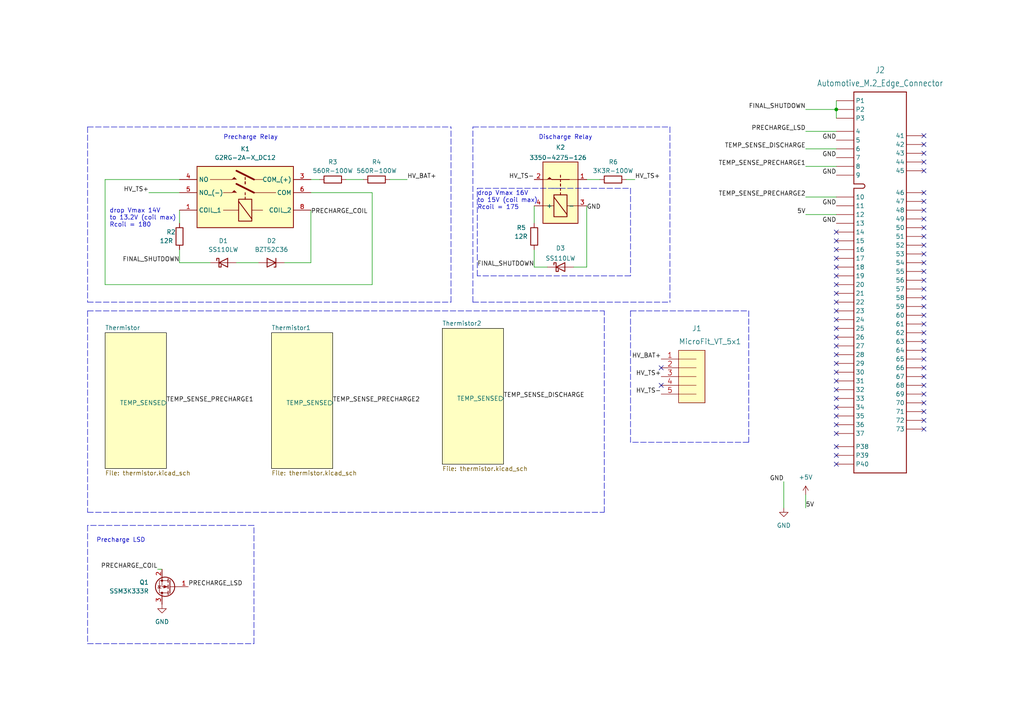
<source format=kicad_sch>
(kicad_sch (version 20211123) (generator eeschema)
  (paper "A4")
  (lib_symbols
    (symbol "OEM:12R" (pin_numbers hide) (pin_names (offset 0))
      (property "Reference" "R" (at 2.032 0 90))
      (property "Value" "12R" (at 0 0 90))
      (symbol "12R_0_1"
        (rectangle (start -1.016 -2.54) (end 1.016 2.54) (stroke (width 0.254)))
      )
      (symbol "12R_1_1"
        (pin passive line (at 0 3.81 270) (length 1.27) (name "~") (number "1"))
        (pin passive line (at 0 -3.81 90) (length 1.27) (name "~") (number "2"))
      )
    )
    (symbol "OEM:3350-4275-126" (pin_names (offset 1.016))
      (property "Reference" "K" (at 8.89 3.81 0))
      (property "Value" "3350-4275-126" (at 10.16 -3.81 0))
      (symbol "3350-4275-126_0_0"
        (polyline (pts (xy 2.54 3.81) (xy 2.54 5.08)))
      )
      (symbol "3350-4275-126_0_1"
        (rectangle (start -10.16 5.08) (end 7.62 -5.08) (stroke (width 0.254)) (fill (type background)))
        (rectangle (start -8.255 1.905) (end -1.905 -1.905) (stroke (width 0.254)))
        (polyline (pts (xy -7.62 -1.905) (xy -2.54 1.905)) (stroke (width 0.254)))
        (polyline (pts (xy -5.08 -5.08) (xy -5.08 -1.905)))
        (polyline (pts (xy -5.08 5.08) (xy -5.08 1.905)))
        (polyline (pts (xy -1.905 0) (xy -1.27 0)) (stroke (width 0.254)))
        (polyline (pts (xy -0.635 0) (xy 0 0)) (stroke (width 0.254)))
        (polyline (pts (xy 0.635 0) (xy 1.27 0)) (stroke (width 0.254)))
        (polyline (pts (xy 0.635 0) (xy 1.27 0)) (stroke (width 0.254)))
        (polyline (pts (xy 1.905 0) (xy 2.54 0)) (stroke (width 0.254)))
        (polyline (pts (xy 2.54 -2.54) (xy 2.54 -5.08)))
        (polyline (pts (xy 2.54 -2.54) (xy 2.54 2.54)) (stroke (width 0.254)))
        (polyline (pts (xy 3.175 0) (xy 3.81 0)) (stroke (width 0.254)))
        (polyline (pts (xy 2.54 2.54) (xy 3.175 3.175) (xy 2.54 3.81)) (fill (type outline)))
      )
      (symbol "3350-4275-126_1_1"
        (pin passive line (at 2.54 -7.62 90) (length 2.54) (name "~") (number "1"))
        (pin passive line (at 2.54 7.62 270) (length 2.54) (name "~") (number "2"))
        (pin passive line (at -5.08 -7.62 90) (length 2.54) (name "-") (number "3"))
        (pin passive line (at -5.08 7.62 270) (length 2.54) (name "+") (number "4"))
      )
    )
    (symbol "OEM:3K3R-100W" (pin_numbers hide) (pin_names (offset 0))
      (property "Reference" "R" (at 2.032 0 90))
      (property "Value" "3K3R-100W" (at 0 0 90))
      (symbol "3K3R-100W_0_1"
        (rectangle (start -1.016 -2.54) (end 1.016 2.54) (stroke (width 0.254)))
      )
      (symbol "3K3R-100W_1_1"
        (pin passive line (at 0 3.81 270) (length 1.27) (name "~") (number "1"))
        (pin passive line (at 0 -3.81 90) (length 1.27) (name "~") (number "2"))
      )
    )
    (symbol "OEM:560R-100W" (pin_numbers hide) (pin_names (offset 0))
      (property "Reference" "R" (at 2.032 0 90))
      (property "Value" "560R-100W" (at 0 0 90))
      (symbol "560R-100W_0_1"
        (rectangle (start -1.016 -2.54) (end 1.016 2.54) (stroke (width 0.254)))
      )
      (symbol "560R-100W_1_1"
        (pin passive line (at 0 3.81 270) (length 1.27) (name "~") (number "1"))
        (pin passive line (at 0 -3.81 90) (length 1.27) (name "~") (number "2"))
      )
    )
    (symbol "OEM:BZT52C36" (pin_numbers hide) (pin_names (offset 1.016) hide)
      (property "Reference" "D" (at 0 2.54 0))
      (property "Value" "BZT52C36" (at 0 -2.54 0))
      (symbol "BZT52C36_0_1"
        (polyline (pts (xy 1.27 0) (xy -1.27 0)))
        (polyline (pts (xy -1.27 -1.27) (xy -1.27 1.27) (xy -0.762 1.27)) (stroke (width 0.254)))
        (polyline (pts (xy 1.27 -1.27) (xy 1.27 1.27) (xy -1.27 0) (xy 1.27 -1.27)) (stroke (width 0.254)))
      )
      (symbol "BZT52C36_1_1"
        (pin passive line (at -3.81 0 0) (length 2.54) (name "K") (number "1"))
        (pin passive line (at 3.81 0 180) (length 2.54) (name "A") (number "2"))
      )
    )
    (symbol "OEM:G2RG-2A-X_DC12"
      (property "Reference" "K" (at 0 0 0))
      (property "Value" "G2RG-2A-X_DC12" (at 0 0 0))
      (symbol "G2RG-2A-X_DC12_0_0"
        (polyline (pts (xy -3.81 1.27) (xy -6.35 1.27)))
        (polyline (pts (xy -3.81 5.08) (xy -10.16 5.08)))
        (pin passive line (at -19.05 -3.81 0) (length 5.08) (name "COIL_1") (number "1"))
        (pin passive line (at 19.05 5.08 180) (length 5.08) (name "COM_(+)") (number "3"))
        (pin passive line (at -19.05 5.08 0) (length 5.08) (name "NO") (number "4"))
        (pin passive line (at -19.05 1.27 0) (length 5.08) (name "NO_(-)") (number "5"))
        (pin passive line (at 19.05 1.27 180) (length 5.08) (name "COM") (number "6"))
        (pin passive line (at 19.05 -3.81 180) (length 5.08) (name "COIL_2") (number "8"))
      )
      (symbol "G2RG-2A-X_DC12_0_1"
        (rectangle (start -13.97 8.89) (end 13.97 -8.89) (stroke (width 0.254)) (fill (type background)))
        (rectangle (start -1.905 -6.985) (end 1.905 -0.635) (stroke (width 0.254)))
        (polyline (pts (xy -6.35 -3.81) (xy -1.905 -3.81)))
        (polyline (pts (xy 0 -0.635) (xy 0 0)) (stroke (width 0.254)))
        (polyline (pts (xy 0 0.635) (xy 0 1.27)) (stroke (width 0.254)))
        (polyline (pts (xy 0 3.81) (xy 0 4.445)) (stroke (width 0.254)))
        (polyline (pts (xy 0 3.81) (xy 0 4.445)) (stroke (width 0.254)))
        (polyline (pts (xy 0 5.08) (xy 0 5.715)) (stroke (width 0.254)))
        (polyline (pts (xy 1.905 -6.35) (xy -1.905 -1.27)) (stroke (width 0.254)))
        (polyline (pts (xy 2.54 1.27) (xy -2.54 3.81)) (stroke (width 0.508)))
        (polyline (pts (xy 2.54 1.27) (xy 8.89 1.27)))
        (polyline (pts (xy 2.54 5.08) (xy -2.54 7.62)) (stroke (width 0.508)))
        (polyline (pts (xy 2.54 5.08) (xy 5.08 5.08)))
        (polyline (pts (xy 5.08 -3.81) (xy 1.905 -3.81)))
        (polyline (pts (xy -2.54 1.27) (xy -3.175 1.905) (xy -3.81 1.27)) (fill (type outline)))
        (polyline (pts (xy -2.54 5.08) (xy -3.175 5.715) (xy -3.81 5.08)) (fill (type outline)))
      )
    )
    (symbol "OEM:MicroFit_VT_5x1" (pin_names (offset 0.254) hide)
      (property "Reference" "J" (at 8.89 6.35 0))
      (property "Value" "MicroFit_VT_5x1" (at 10.16 -15.24 0))
      (symbol "MicroFit_VT_5x1_0_1"
        (rectangle (start 5.08 2.54) (end 12.7 -12.7) (fill (type background)))
      )
      (symbol "MicroFit_VT_5x1_1_1"
        (polyline (pts (xy 5.08 -12.7) (xy 12.7 -12.7)) (stroke (width 0.127)))
        (polyline (pts (xy 5.08 2.54) (xy 5.08 -12.7)) (stroke (width 0.127)))
        (polyline (pts (xy 10.16 -10.16) (xy 5.08 -10.16)) (stroke (width 0.127)))
        (polyline (pts (xy 10.16 -7.62) (xy 5.08 -7.62)) (stroke (width 0.127)))
        (polyline (pts (xy 10.16 -5.08) (xy 5.08 -5.08)) (stroke (width 0.127)))
        (polyline (pts (xy 10.16 -2.54) (xy 5.08 -2.54)) (stroke (width 0.127)))
        (polyline (pts (xy 10.16 0) (xy 5.08 0)) (stroke (width 0.127)))
        (polyline (pts (xy 12.7 -12.7) (xy 12.7 2.54)) (stroke (width 0.127)))
        (polyline (pts (xy 12.7 2.54) (xy 5.08 2.54)) (stroke (width 0.127)))
        (pin unspecified line (at 0 0 0) (length 5.08) (name "1") (number "1"))
        (pin unspecified line (at 0 -2.54 0) (length 5.08) (name "2") (number "2"))
        (pin unspecified line (at 0 -5.08 0) (length 5.08) (name "3") (number "3"))
        (pin unspecified line (at 0 -7.62 0) (length 5.08) (name "4") (number "4"))
        (pin unspecified line (at 0 -10.16 0) (length 5.08) (name "5") (number "5"))
      )
    )
    (symbol "OEM:SS110LW" (pin_numbers hide) (pin_names (offset 1.016) hide)
      (property "Reference" "D" (at 0 2.54 0))
      (property "Value" "SS110LW" (at 0 -2.54 0))
      (symbol "SS110LW_0_1"
        (polyline (pts (xy 1.27 0) (xy -1.27 0)))
        (polyline (pts (xy 1.27 1.27) (xy 1.27 -1.27) (xy -1.27 0) (xy 1.27 1.27)) (stroke (width 0.254)))
        (polyline (pts (xy -1.905 0.635) (xy -1.905 1.27) (xy -1.27 1.27) (xy -1.27 -1.27) (xy -0.635 -1.27) (xy -0.635 -0.635)) (stroke (width 0.254)))
      )
      (symbol "SS110LW_1_1"
        (pin passive line (at -3.81 0 0) (length 2.54) (name "K") (number "1"))
        (pin passive line (at 3.81 0 180) (length 2.54) (name "A") (number "2"))
      )
    )
    (symbol "OEM:SSM3K333R" (pin_names (offset 0) hide)
      (property "Reference" "Q" (at 5.08 1.27 0))
      (property "Value" "SSM3K333R" (at 5.08 -1.27 0))
      (property "MPN" "SSM3K333R,LF" (at 0 0 0))
      (symbol "SSM3K333R_0_1"
        (polyline (pts (xy 0.254 0) (xy -2.54 0)))
        (polyline (pts (xy 0.254 1.905) (xy 0.254 -1.905)) (stroke (width 0.254)))
        (polyline (pts (xy 0.762 -1.27) (xy 0.762 -2.286)) (stroke (width 0.254)))
        (polyline (pts (xy 0.762 0.508) (xy 0.762 -0.508)) (stroke (width 0.254)))
        (polyline (pts (xy 0.762 2.286) (xy 0.762 1.27)) (stroke (width 0.254)))
        (polyline (pts (xy 2.54 2.54) (xy 2.54 1.778)))
        (polyline (pts (xy 2.54 -2.54) (xy 2.54 0) (xy 0.762 0)))
        (polyline (pts (xy 0.762 -1.778) (xy 3.302 -1.778) (xy 3.302 1.778) (xy 0.762 1.778)))
        (polyline (pts (xy 1.016 0) (xy 2.032 0.381) (xy 2.032 -0.381) (xy 1.016 0)) (fill (type outline)))
        (polyline (pts (xy 2.794 0.508) (xy 2.921 0.381) (xy 3.683 0.381) (xy 3.81 0.254)))
        (polyline (pts (xy 3.302 0.381) (xy 2.921 -0.254) (xy 3.683 -0.254) (xy 3.302 0.381)))
        (circle (center 1.651 0) (radius 2.794) (stroke (width 0.254)))
        (circle (center 2.54 -1.778) (radius 0.254) (fill (type outline)))
        (circle (center 2.54 1.778) (radius 0.254) (fill (type outline)))
      )
      (symbol "SSM3K333R_1_1"
        (pin input line (at -5.08 0 0) (length 2.54) (name "G") (number "1"))
        (pin passive line (at 2.54 -5.08 90) (length 2.54) (name "S") (number "2"))
        (pin passive line (at 2.54 5.08 270) (length 2.54) (name "D") (number "3"))
      )
    )
    (symbol "formula:Automotive_M.2_Edge_Connector"
      (property "Reference" "J?" (at 1.27 49.53 0))
      (property "Value" "Automotive_M.2_Edge_Connector" (at 7.62 45.72 0))
      (symbol "Automotive_M.2_Edge_Connector_0_1"
        (arc (start -5.0436 15.2415) (mid -4.4198 15.8765) (end -5.0436 16.5115) (stroke (width 0.25)))
        (polyline (pts (xy -7.62 15.24) (xy -5.08 15.24)) (stroke (width 0.25)))
        (polyline (pts (xy -7.62 16.51) (xy -5.08 16.51)) (stroke (width 0.25)))
        (polyline (pts (xy -7.62 43.18) (xy -7.62 16.51)) (stroke (width 0.25)))
        (polyline (pts (xy 7.62 -67.31) (xy -7.62 -67.31)) (stroke (width 0.25)))
      )
      (symbol "Automotive_M.2_Edge_Connector_1_0"
        (polyline (pts (xy -7.62 -67.31) (xy -7.62 15.24)) (stroke (width 0.254)))
        (polyline (pts (xy 7.62 43.18) (xy -7.62 43.18)) (stroke (width 0.254)))
        (polyline (pts (xy 7.62 43.18) (xy 7.62 -67.31)) (stroke (width 0.254)))
        (pin bidirectional line (at -12.7 12.7 0) (length 5.08) (name "10") (number "10"))
        (pin bidirectional line (at -12.7 10.16 0) (length 5.08) (name "11") (number "11"))
        (pin bidirectional line (at -12.7 7.62 0) (length 5.08) (name "12") (number "12"))
        (pin bidirectional line (at -12.7 5.08 0) (length 5.08) (name "13") (number "13"))
        (pin bidirectional line (at -12.7 2.54 0) (length 5.08) (name "14") (number "14"))
        (pin bidirectional line (at -12.7 0 0) (length 5.08) (name "15") (number "15"))
        (pin bidirectional line (at -12.7 -2.54 0) (length 5.08) (name "16") (number "16"))
        (pin bidirectional line (at -12.7 -5.08 0) (length 5.08) (name "17") (number "17"))
        (pin bidirectional line (at -12.7 -7.62 0) (length 5.08) (name "18") (number "18"))
        (pin bidirectional line (at -12.7 -10.16 0) (length 5.08) (name "19") (number "19"))
        (pin bidirectional line (at -12.7 -12.7 0) (length 5.08) (name "20") (number "20"))
        (pin bidirectional line (at -12.7 -15.24 0) (length 5.08) (name "21") (number "21"))
        (pin bidirectional line (at -12.7 -17.78 0) (length 5.08) (name "22") (number "22"))
        (pin bidirectional line (at -12.7 -20.32 0) (length 5.08) (name "23") (number "23"))
        (pin bidirectional line (at -12.7 -22.86 0) (length 5.08) (name "24") (number "24"))
        (pin bidirectional line (at -12.7 -25.4 0) (length 5.08) (name "25") (number "25"))
        (pin bidirectional line (at -12.7 -27.94 0) (length 5.08) (name "26") (number "26"))
        (pin bidirectional line (at -12.7 -30.48 0) (length 5.08) (name "27") (number "27"))
        (pin bidirectional line (at -12.7 -33.02 0) (length 5.08) (name "28") (number "28"))
        (pin bidirectional line (at -12.7 -35.56 0) (length 5.08) (name "29") (number "29"))
        (pin bidirectional line (at -12.7 -38.1 0) (length 5.08) (name "30") (number "30"))
        (pin bidirectional line (at -12.7 -40.64 0) (length 5.08) (name "31") (number "31"))
        (pin bidirectional line (at -12.7 -43.18 0) (length 5.08) (name "32") (number "32"))
        (pin bidirectional line (at -12.7 -45.72 0) (length 5.08) (name "33") (number "33"))
        (pin bidirectional line (at -12.7 -48.26 0) (length 5.08) (name "34") (number "34"))
        (pin bidirectional line (at -12.7 -50.8 0) (length 5.08) (name "35") (number "35"))
        (pin bidirectional line (at -12.7 -53.34 0) (length 5.08) (name "36") (number "36"))
        (pin bidirectional line (at -12.7 -55.88 0) (length 5.08) (name "37") (number "37"))
        (pin bidirectional line (at -12.7 31.75 0) (length 5.08) (name "4") (number "4"))
        (pin bidirectional line (at 12.7 30.48 180) (length 5.08) (name "41") (number "41"))
        (pin bidirectional line (at 12.7 27.94 180) (length 5.08) (name "42") (number "42"))
        (pin bidirectional line (at 12.7 25.4 180) (length 5.08) (name "43") (number "43"))
        (pin bidirectional line (at 12.7 22.86 180) (length 5.08) (name "44") (number "44"))
        (pin bidirectional line (at 12.7 20.32 180) (length 5.08) (name "45") (number "45"))
        (pin bidirectional line (at 12.7 13.97 180) (length 5.08) (name "46") (number "46"))
        (pin bidirectional line (at 12.7 11.43 180) (length 5.08) (name "47") (number "47"))
        (pin bidirectional line (at 12.7 8.89 180) (length 5.08) (name "48") (number "48"))
        (pin bidirectional line (at 12.7 6.35 180) (length 5.08) (name "49") (number "49"))
        (pin bidirectional line (at -12.7 29.21 0) (length 5.08) (name "5") (number "5"))
        (pin bidirectional line (at 12.7 3.81 180) (length 5.08) (name "50") (number "50"))
        (pin bidirectional line (at 12.7 1.27 180) (length 5.08) (name "51") (number "51"))
        (pin bidirectional line (at 12.7 -1.27 180) (length 5.08) (name "52") (number "52"))
        (pin bidirectional line (at 12.7 -3.81 180) (length 5.08) (name "53") (number "53"))
        (pin bidirectional line (at 12.7 -6.35 180) (length 5.08) (name "54") (number "54"))
        (pin bidirectional line (at 12.7 -8.89 180) (length 5.08) (name "55") (number "55"))
        (pin bidirectional line (at 12.7 -11.43 180) (length 5.08) (name "56") (number "56"))
        (pin bidirectional line (at 12.7 -13.97 180) (length 5.08) (name "57") (number "57"))
        (pin bidirectional line (at 12.7 -16.51 180) (length 5.08) (name "58") (number "58"))
        (pin bidirectional line (at 12.7 -19.05 180) (length 5.08) (name "59") (number "59"))
        (pin bidirectional line (at -12.7 26.67 0) (length 5.08) (name "6") (number "6"))
        (pin bidirectional line (at 12.7 -21.59 180) (length 5.08) (name "60") (number "60"))
        (pin bidirectional line (at 12.7 -24.13 180) (length 5.08) (name "61") (number "61"))
        (pin bidirectional line (at 12.7 -26.67 180) (length 5.08) (name "62") (number "62"))
        (pin bidirectional line (at 12.7 -29.21 180) (length 5.08) (name "63") (number "63"))
        (pin bidirectional line (at 12.7 -31.75 180) (length 5.08) (name "64") (number "64"))
        (pin bidirectional line (at 12.7 -34.29 180) (length 5.08) (name "65") (number "65"))
        (pin bidirectional line (at 12.7 -36.83 180) (length 5.08) (name "66") (number "66"))
        (pin bidirectional line (at 12.7 -39.37 180) (length 5.08) (name "67") (number "67"))
        (pin bidirectional line (at 12.7 -41.91 180) (length 5.08) (name "68") (number "68"))
        (pin bidirectional line (at 12.7 -44.45 180) (length 5.08) (name "69") (number "69"))
        (pin bidirectional line (at -12.7 24.13 0) (length 5.08) (name "7") (number "7"))
        (pin bidirectional line (at 12.7 -46.99 180) (length 5.08) (name "70") (number "70"))
        (pin bidirectional line (at 12.7 -49.53 180) (length 5.08) (name "71") (number "71"))
        (pin bidirectional line (at 12.7 -52.07 180) (length 5.08) (name "72") (number "72"))
        (pin bidirectional line (at 12.7 -54.61 180) (length 5.08) (name "73") (number "73"))
        (pin bidirectional line (at -12.7 21.59 0) (length 5.08) (name "8") (number "8"))
        (pin bidirectional line (at -12.7 19.05 0) (length 5.08) (name "9") (number "9"))
        (pin bidirectional line (at -12.7 40.64 0) (length 5.08) (name "P1") (number "P1"))
        (pin bidirectional line (at -12.7 38.1 0) (length 5.08) (name "P2") (number "P2"))
        (pin bidirectional line (at -12.7 35.56 0) (length 5.08) (name "P3") (number "P3"))
        (pin bidirectional line (at -12.7 -59.69 0) (length 5.08) (name "P38") (number "P38"))
        (pin bidirectional line (at -12.7 -62.23 0) (length 5.08) (name "P39") (number "P39"))
        (pin bidirectional line (at -12.7 -64.77 0) (length 5.08) (name "P40") (number "P40"))
      )
    )
    (symbol "power:+5V" (power) (pin_names (offset 0))
      (property "Value" "+5V" (at 0 3.556 0))
      (symbol "+5V_0_1"
        (polyline (pts (xy -0.762 1.27) (xy 0 2.54)))
        (polyline (pts (xy 0 0) (xy 0 2.54)))
        (polyline (pts (xy 0 2.54) (xy 0.762 1.27)))
      )
      (symbol "+5V_1_1"
        (pin power_in line (at 0 0 90) (length 0) hide (name "+5V") (number "1"))
      )
    )
    (symbol "power:GND" (power) (pin_names (offset 0))
      (property "Value" "GND" (at 0 -3.81 0))
      (symbol "GND_0_1"
        (polyline (pts (xy 0 0) (xy 0 -1.27) (xy 1.27 -1.27) (xy 0 -2.54) (xy -1.27 -1.27) (xy 0 -1.27)))
      )
      (symbol "GND_1_1"
        (pin power_in line (at 0 0 270) (length 0) hide (name "GND") (number "1"))
      )
    )
  )
  (junction (at 242.57 31.75))
  (no_connect (at 267.97 73.66))
  (no_connect (at 242.57 113.03))
  (no_connect (at 242.57 69.85))
  (no_connect (at 242.57 118.11))
  (no_connect (at 267.97 111.76))
  (no_connect (at 267.97 106.68))
  (no_connect (at 267.97 60.96))
  (no_connect (at 242.57 102.87))
  (no_connect (at 242.57 100.33))
  (no_connect (at 242.57 120.65))
  (no_connect (at 242.57 97.79))
  (no_connect (at 267.97 78.74))
  (no_connect (at 242.57 107.95))
  (no_connect (at 267.97 44.45))
  (no_connect (at 267.97 109.22))
  (no_connect (at 267.97 99.06))
  (no_connect (at 242.57 72.39))
  (no_connect (at 242.57 110.49))
  (no_connect (at 191.77 111.76))
  (no_connect (at 242.57 129.54))
  (no_connect (at 267.97 114.3))
  (no_connect (at 242.57 85.09))
  (no_connect (at 242.57 95.25))
  (no_connect (at 267.97 39.37))
  (no_connect (at 267.97 91.44))
  (no_connect (at 242.57 132.08))
  (no_connect (at 242.57 115.57))
  (no_connect (at 242.57 90.17))
  (no_connect (at 267.97 96.52))
  (no_connect (at 267.97 83.82))
  (no_connect (at 267.97 86.36))
  (no_connect (at 267.97 76.2))
  (no_connect (at 267.97 116.84))
  (no_connect (at 267.97 81.28))
  (no_connect (at 242.57 82.55))
  (no_connect (at 242.57 87.63))
  (no_connect (at 267.97 55.88))
  (no_connect (at 267.97 58.42))
  (no_connect (at 267.97 71.12))
  (no_connect (at 267.97 66.04))
  (no_connect (at 267.97 88.9))
  (no_connect (at 267.97 93.98))
  (no_connect (at 267.97 124.46))
  (no_connect (at 267.97 49.53))
  (no_connect (at 242.57 74.93))
  (no_connect (at 242.57 92.71))
  (no_connect (at 267.97 68.58))
  (no_connect (at 267.97 41.91))
  (no_connect (at 242.57 67.31))
  (no_connect (at 242.57 105.41))
  (no_connect (at 191.77 106.68))
  (no_connect (at 242.57 134.62))
  (no_connect (at 267.97 46.99))
  (no_connect (at 267.97 119.38))
  (no_connect (at 267.97 63.5))
  (no_connect (at 242.57 80.01))
  (no_connect (at 242.57 123.19))
  (no_connect (at 267.97 104.14))
  (no_connect (at 267.97 121.92))
  (no_connect (at 242.57 125.73))
  (no_connect (at 242.57 77.47))
  (no_connect (at 267.97 101.6))
  (wire (pts (xy 52.07 72.39) (xy 52.07 76.2)))
  (wire (pts (xy 184.15 52.07) (xy 181.61 52.07)))
  (wire (pts (xy 52.07 52.07) (xy 30.48 52.07)))
  (wire (pts (xy 52.07 60.96) (xy 52.07 64.77)))
  (wire (pts (xy 233.68 38.1) (xy 242.57 38.1)))
  (polyline (pts (xy 138.43 54.61) (xy 162.56 54.61)))
  (wire (pts (xy 233.68 57.15) (xy 242.57 57.15)))
  (wire (pts (xy 242.57 29.21) (xy 242.57 31.75)))
  (wire (pts (xy 68.58 76.2) (xy 74.93 76.2)))
  (wire (pts (xy 82.55 76.2) (xy 90.17 76.2)))
  (wire (pts (xy 158.75 77.47) (xy 154.94 77.47)))
  (polyline (pts (xy 25.4 90.17) (xy 175.26 90.17)))
  (polyline (pts (xy 182.88 90.17) (xy 217.17 90.17)))
  (wire (pts (xy 227.33 139.7) (xy 227.33 147.32)))
  (polyline (pts (xy 194.31 36.83) (xy 194.31 87.63)))
  (polyline (pts (xy 25.4 90.17) (xy 25.4 148.59)))
  (wire (pts (xy 166.37 77.47) (xy 170.18 77.47)))
  (polyline (pts (xy 137.16 36.83) (xy 194.31 36.83)))
  (wire (pts (xy 233.68 48.26) (xy 242.57 48.26)))
  (wire (pts (xy 90.17 52.07) (xy 92.71 52.07)))
  (wire (pts (xy 242.57 31.75) (xy 242.57 34.29)))
  (wire (pts (xy 90.17 60.96) (xy 90.17 76.2)))
  (polyline (pts (xy 25.4 87.63) (xy 130.81 87.63)))
  (polyline (pts (xy 25.4 186.69) (xy 73.66 186.69)))
  (polyline (pts (xy 25.4 148.59) (xy 175.26 148.59)))
  (wire (pts (xy 100.33 52.07) (xy 105.41 52.07)))
  (wire (pts (xy 52.07 76.2) (xy 60.96 76.2)))
  (wire (pts (xy 170.18 77.47) (xy 170.18 59.69)))
  (polyline (pts (xy 175.26 148.59) (xy 175.26 90.17)))
  (polyline (pts (xy 182.88 54.61) (xy 182.88 80.01)))
  (wire (pts (xy 233.68 43.18) (xy 242.57 43.18)))
  (polyline (pts (xy 130.81 87.63) (xy 130.81 36.83)))
  (polyline (pts (xy 138.43 80.01) (xy 138.43 54.61)))
  (wire (pts (xy 233.68 143.51) (xy 233.68 147.32)))
  (polyline (pts (xy 137.16 87.63) (xy 137.16 36.83)))
  (wire (pts (xy 107.95 82.55) (xy 107.95 55.88)))
  (wire (pts (xy 107.95 55.88) (xy 90.17 55.88)))
  (wire (pts (xy 30.48 52.07) (xy 30.48 82.55)))
  (wire (pts (xy 30.48 82.55) (xy 107.95 82.55)))
  (polyline (pts (xy 25.4 36.83) (xy 130.81 36.83)))
  (polyline (pts (xy 160.02 54.61) (xy 182.88 54.61)))
  (polyline (pts (xy 25.4 152.4) (xy 25.4 186.69)))
  (polyline (pts (xy 182.88 90.17) (xy 182.88 128.27)))
  (wire (pts (xy 233.68 31.75) (xy 242.57 31.75)))
  (polyline (pts (xy 25.4 36.83) (xy 25.4 87.63)))
  (wire (pts (xy 43.18 55.88) (xy 52.07 55.88)))
  (polyline (pts (xy 217.17 128.27) (xy 182.88 128.27)))
  (wire (pts (xy 170.18 52.07) (xy 173.99 52.07)))
  (polyline (pts (xy 217.17 90.17) (xy 217.17 128.27)))
  (wire (pts (xy 45.72 165.1) (xy 46.99 165.1)))
  (wire (pts (xy 233.68 62.23) (xy 242.57 62.23)))
  (polyline (pts (xy 73.66 152.4) (xy 25.4 152.4)))
  (wire (pts (xy 154.94 59.69) (xy 154.94 64.77)))
  (polyline (pts (xy 137.16 87.63) (xy 194.31 87.63)))
  (polyline (pts (xy 182.88 80.01) (xy 138.43 80.01)))
  (wire (pts (xy 118.11 52.07) (xy 113.03 52.07)))
  (wire (pts (xy 154.94 72.39) (xy 154.94 77.47)))
  (polyline (pts (xy 73.66 186.69) (xy 73.66 152.4)))
  (text "drop Vmax 14V \nto 13.2V (coil max)\nRcoil = 180" (at 31.75 66.04 0) (effects (font (size 1.27 1.27)) (justify left bottom)))
  (text "Discharge Relay" (at 156.21 40.64 0) (effects (font (size 1.27 1.27)) (justify left bottom)))
  (text "drop Vmax 16V \nto 15V (coil max)\nRcoil = 175\n" (at 138.43 60.96 0) (effects (font (size 1.27 1.27)) (justify left bottom)))
  (text "Precharge LSD\n" (at 27.94 157.48 0) (effects (font (size 1.27 1.27)) (justify left bottom)))
  (text "Precharge Relay\n" (at 64.77 40.64 0) (effects (font (size 1.27 1.27)) (justify left bottom)))
  (label "5V" (at 233.68 62.23 180))
  (label "GND" (at 242.57 64.77 180))
  (label "TEMP_SENSE_DISCHARGE" (at 233.68 43.18 180))
  (label "GND" (at 242.57 45.72 180))
  (label "GND" (at 170.18 60.96 0))
  (label "PRECHARGE_LSD" (at 54.61 170.18 0))
  (label "FINAL_SHUTDOWN" (at 52.07 76.2 180))
  (label "HV_TS+" (at 43.18 55.88 180))
  (label "GND" (at 242.57 59.69 180))
  (label "TEMP_SENSE_DISCHARGE" (at 146.05 115.57 0))
  (label "TEMP_SENSE_PRECHARGE2" (at 233.68 57.15 180))
  (label "PRECHARGE_COIL" (at 90.17 62.23 0))
  (label "HV_TS-" (at 154.94 52.07 180))
  (label "HV_TS-" (at 191.77 114.3 180))
  (label "GND" (at 242.57 50.8 180))
  (label "FINAL_SHUTDOWN" (at 233.68 31.75 180))
  (label "TEMP_SENSE_PRECHARGE1" (at 233.68 48.26 180))
  (label "PRECHARGE_LSD" (at 233.68 38.1 180))
  (label "GND" (at 242.57 40.64 180))
  (label "FINAL_SHUTDOWN" (at 154.94 77.47 180))
  (label "TEMP_SENSE_PRECHARGE2" (at 96.52 116.84 0))
  (label "HV_BAT+" (at 118.11 52.07 0))
  (label "TEMP_SENSE_PRECHARGE1" (at 48.26 116.84 0))
  (label "HV_BAT+" (at 191.77 104.14 180))
  (label "PRECHARGE_COIL" (at 45.72 165.1 180))
  (label "HV_TS+" (at 191.77 109.22 180))
  (label "HV_TS+" (at 184.15 52.07 0))
  (label "GND" (at 227.33 139.7 180))
  (label "5V" (at 233.68 147.32 0))
  (symbol (lib_id "OEM:G2RG-2A-X_DC12") (at 71.12 57.15 0) (unit 1)
    (property "Reference" "K1" (at 71.12 43.18 0))
    (property "Value" "G2RG-2A-X_DC12" (at 71.12 45.72 0))
    (property "Footprint" "OEM:G2RG-X" (effects hide))
    (property "Datasheet" "https://drive.google.com/file/d/13LdDR--Yvslhss_TQHLPQ6JglJe9NfuL/view?usp=share_link" (effects hide))
  )
  (symbol (lib_id "OEM:12R") (at 154.94 68.58 0) (unit 1)
    (property "Reference" "R5" (at 149.86 66.04 0) (effects (justify left)))
    (property "Value" "12R" (at 151.13 68.58 0))
    (property "Footprint" "footprints:R_0805_OEM" (effects hide))
    (property "Datasheet" "https://www.te.com/commerce/DocumentDelivery/DDEController?Action=srchrtrv&DocNm=1773200-1&DocType=DS&DocLang=English" (effects hide))
    (property "MFN" "TE" (effects hide))
    (property "MPN" "CPF-A-0805B12RE" (effects hide))
    (property "PurchasingLink" "https://www.digikey.com/en/products/detail/te-connectivity-passive-product/CPF-A-0805B12RE/5583863" (effects hide))
  )
  (symbol (lib_id "OEM:SS110LW") (at 64.77 76.2 0) (unit 1)
    (property "Reference" "D1" (at 64.77 69.85 0))
    (property "Value" "SS110LW" (at 64.77 72.39 0))
    (property "Footprint" "OEM:D_SOD-123" (effects hide))
    (property "Datasheet" "https://drive.google.com/file/d/1VmnUGIIzCPF_xbSeG4pPiL-L2UIoR-vK/view?usp=share_link" (effects hide))
    (property "MPN" "SS110LWRVGCT-ND" (effects hide))
  )
  (symbol (lib_id "power:GND") (at 227.33 147.32 0) (unit 1)
    (property "Reference" "#PWR?" (effects hide))
    (property "Value" "GND" (at 227.33 152.4 0))
  )
  (symbol (lib_id "OEM:3350-4275-126") (at 162.56 54.61 90) (unit 1)
    (property "Reference" "K2" (at 162.56 42.7482 90))
    (property "Value" "3350-4275-126" (at 170.18 45.72 90) (effects (justify left)))
    (property "Footprint" "OEM:Relay_Comus_3350" (effects hide))
    (property "Datasheet" "https://drive.google.com/file/d/1MBSeFmC6zAiSK63CQE12zdMq2fUnREy0/view?usp=share_link" (effects hide))
    (property "MPN" "3350-4275-126" (effects hide))
  )
  (symbol (lib_id "power:+5V") (at 233.68 143.51 0) (unit 1)
    (property "Reference" "#PWR?" (effects hide))
    (property "Value" "+5V" (at 233.68 138.43 0))
  )
  (symbol (lib_id "OEM:560R-100W") (at 96.52 52.07 270) (unit 1)
    (property "Reference" "R3" (at 96.52 46.99 90))
    (property "Value" "560R-100W" (at 96.52 49.53 90))
    (property "Footprint" "OEM:R_TO247-Heatsink" (effects hide))
    (property "Datasheet" "https://drive.google.com/file/d/1gwS39Zu4b_rZUHjr1LJenuEY7YjjKYGq/view?usp=share_link" (effects hide))
    (property "MFN" "DK" (effects hide))
    (property "MPN" "AP101 560R J" (effects hide))
    (property "PurchasingLink" "https://www.digikey.com/en/products/detail/ohmite/AP101-560R-J/5878514" (effects hide))
  )
  (symbol (lib_id "power:GND") (at 46.99 175.26 0) (unit 1)
    (property "Reference" "#PWR?" (effects hide))
    (property "Value" "GND" (at 46.99 180.34 0))
  )
  (symbol (lib_id "OEM:MicroFit_VT_5x1") (at 191.77 104.14 0) (unit 1)
    (property "Reference" "J1" (at 200.66 95.25 0) (effects (font (size 1.524 1.524)) (justify left)))
    (property "Value" "MicroFit_VT_5x1" (at 196.85 99.06 0) (effects (font (size 1.524 1.524)) (justify left)))
    (property "Footprint" "OEM:Connector_MicroFit_VT_5x1" (effects hide))
    (property "MPN" "436500515" (effects hide))
  )
  (symbol (lib_id "OEM:3K3R-100W") (at 177.8 52.07 270) (unit 1)
    (property "Reference" "R6" (at 176.53 46.99 90) (effects (justify left)))
    (property "Value" "3K3R-100W" (at 177.8 49.53 90))
    (property "Footprint" "OEM:R_TO247-Heatsink" (effects hide))
    (property "Datasheet" "https://drive.google.com/file/d/1gwS39Zu4b_rZUHjr1LJenuEY7YjjKYGq/view?usp=share_link" (effects hide))
  )
  (symbol (lib_id "OEM:BZT52C36") (at 78.74 76.2 180) (unit 1)
    (property "Reference" "D2" (at 78.74 69.85 0))
    (property "Value" "BZT52C36" (at 78.74 72.39 0))
    (property "Footprint" "OEM:D_SOD-123" (effects hide))
    (property "Datasheet" "https://drive.google.com/file/d/11GxQ2pdu_-FObHLNNrccKF9MiBnS4LB2/view?usp=share_link" (effects hide))
    (property "MPN" "BZT52C36" (effects hide))
  )
  (symbol (lib_id "OEM:SSM3K333R") (at 49.53 170.18 180) (unit 1)
    (property "Reference" "Q1" (at 43.18 168.9099 0) (effects (justify left)))
    (property "Value" "SSM3K333R" (at 43.18 171.4499 0) (effects (justify left)))
    (property "Footprint" "OEM:SOT-23F" (effects hide))
    (property "Datasheet" "https://drive.google.com/file/d/1BgDITdtTCIIJgSi-AIzORLljOfl6uFKQ/view?usp=share_link" (effects hide))
    (property "MPN" "SSM3K333R,LF" (effects hide))
  )
  (symbol (lib_id "OEM:SS110LW") (at 162.56 77.47 0) (unit 1)
    (property "Reference" "D3" (at 162.56 71.9836 0))
    (property "Value" "SS110LW" (at 162.56 74.93 0))
    (property "Footprint" "OEM:D_SOD-123" (effects hide))
    (property "Datasheet" "https://drive.google.com/file/d/1VmnUGIIzCPF_xbSeG4pPiL-L2UIoR-vK/view?usp=share_link" (effects hide))
    (property "MPN" "SS110LWRVGCT-ND" (effects hide))
  )
  (symbol (lib_id "formula:Automotive_M.2_Edge_Connector") (at 255.27 69.85 0) (unit 1)
    (property "Reference" "J2" (at 255.27 20.32 0) (effects (font (size 1.778 1.5113))))
    (property "Value" "Automotive_M.2_Edge_Connector" (at 255.27 24.13 0) (effects (font (size 1.778 1.5113))))
    (property "Footprint" "footprints:Automotive_M.2_Edge_Connector" (effects hide))
  )
  (symbol (lib_id "OEM:12R") (at 52.07 68.58 0) (unit 1)
    (property "Reference" "R2" (at 48.26 67.31 0) (effects (justify left)))
    (property "Value" "12R" (at 48.26 69.85 0))
    (property "Footprint" "footprints:R_0805_OEM" (effects hide))
    (property "Datasheet" "https://www.te.com/commerce/DocumentDelivery/DDEController?Action=srchrtrv&DocNm=1773200-1&DocType=DS&DocLang=English" (effects hide))
    (property "MFN" "TE" (effects hide))
    (property "MPN" "CPF-A-0805B12RE" (effects hide))
    (property "PurchasingLink" "https://www.digikey.com/en/products/detail/te-connectivity-passive-product/CPF-A-0805B12RE/5583863" (effects hide))
  )
  (symbol (lib_id "OEM:560R-100W") (at 109.22 52.07 90) (unit 1)
    (property "Reference" "R4" (at 109.22 46.99 90))
    (property "Value" "560R-100W" (at 109.22 49.53 90))
    (property "Footprint" "OEM:R_TO247-Heatsink" (effects hide))
    (property "Datasheet" "https://drive.google.com/file/d/1gwS39Zu4b_rZUHjr1LJenuEY7YjjKYGq/view?usp=share_link" (effects hide))
    (property "MFN" "DK" (effects hide))
    (property "MPN" "AP101 560R J" (effects hide))
    (property "PurchasingLink" "https://www.digikey.com/en/products/detail/ohmite/AP101-560R-J/5878514" (effects hide))
  )
  (sheet (at 78.74 96.52) (size 17.78 39.37) (stroke (width 0.1524) (color 0 0 0 1)) (fill (color 255 255 194 1.0000))
    (property "Sheet name" "Thermistor1" (at 78.74 95.8084 0) (effects (justify left bottom)))
    (property "Sheet file" "thermistor.kicad_sch" (at 78.74 136.4746 0) (effects (justify left top)))
    (pin "TEMP_SENSE" output (at 96.52 116.84 0))
  )
  (sheet (at 128.27 95.25) (size 17.78 39.37) (stroke (width 0.1524) (color 0 0 0 1)) (fill (color 255 255 194 1.0000))
    (property "Sheet name" "Thermistor2" (at 128.27 94.5384 0) (effects (justify left bottom)))
    (property "Sheet file" "thermistor.kicad_sch" (at 128.27 135.2046 0) (effects (justify left top)))
    (pin "TEMP_SENSE" output (at 146.05 115.57 0))
  )
  (sheet (at 30.48 96.52) (size 17.78 39.37) (stroke (width 0.1524) (color 0 0 0 1)) (fill (color 255 255 194 1.0000))
    (property "Sheet name" "Thermistor" (at 30.48 95.8084 0) (effects (justify left bottom)))
    (property "Sheet file" "thermistor.kicad_sch" (at 30.48 136.4746 0) (effects (justify left top)))
    (pin "TEMP_SENSE" output (at 48.26 116.84 0))
  )
)
</source>
